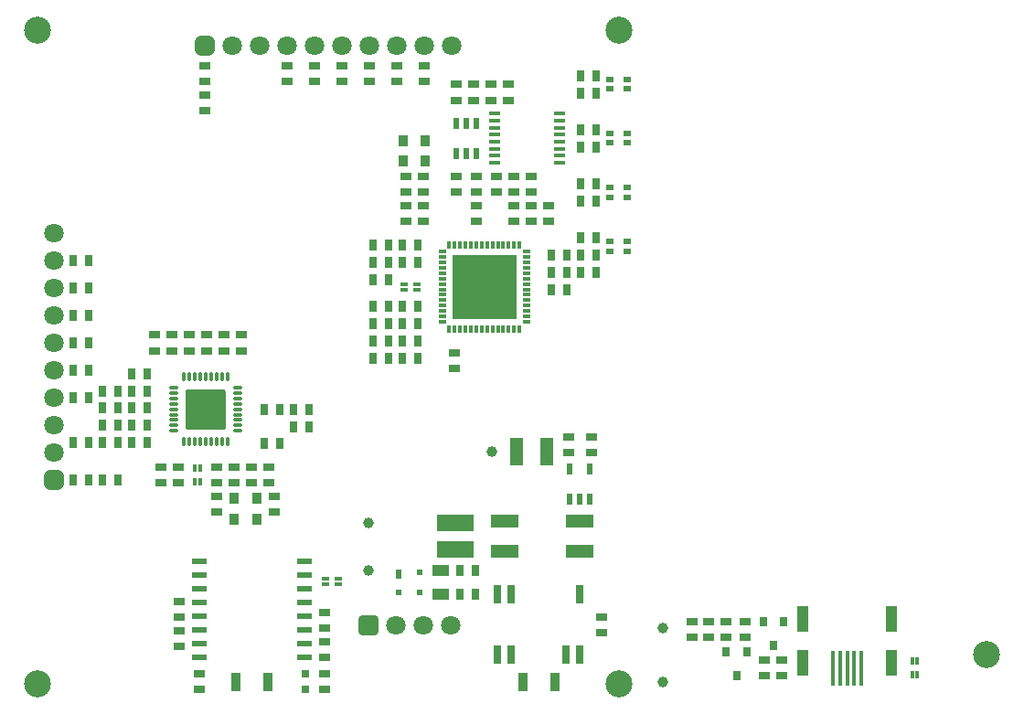
<source format=gbr>
%TF.GenerationSoftware,KiCad,Pcbnew,8.0.2*%
%TF.CreationDate,2024-05-14T20:52:20+07:00*%
%TF.ProjectId,HW.ACIM-DBG,48572e41-4349-44d2-9d44-42472e6b6963,0.0*%
%TF.SameCoordinates,Original*%
%TF.FileFunction,Soldermask,Top*%
%TF.FilePolarity,Negative*%
%FSLAX46Y46*%
G04 Gerber Fmt 4.6, Leading zero omitted, Abs format (unit mm)*
G04 Created by KiCad (PCBNEW 8.0.2) date 2024-05-14 20:52:20*
%MOMM*%
%LPD*%
G01*
G04 APERTURE LIST*
G04 Aperture macros list*
%AMRoundRect*
0 Rectangle with rounded corners*
0 $1 Rounding radius*
0 $2 $3 $4 $5 $6 $7 $8 $9 X,Y pos of 4 corners*
0 Add a 4 corners polygon primitive as box body*
4,1,4,$2,$3,$4,$5,$6,$7,$8,$9,$2,$3,0*
0 Add four circle primitives for the rounded corners*
1,1,$1+$1,$2,$3*
1,1,$1+$1,$4,$5*
1,1,$1+$1,$6,$7*
1,1,$1+$1,$8,$9*
0 Add four rect primitives between the rounded corners*
20,1,$1+$1,$2,$3,$4,$5,0*
20,1,$1+$1,$4,$5,$6,$7,0*
20,1,$1+$1,$6,$7,$8,$9,0*
20,1,$1+$1,$8,$9,$2,$3,0*%
G04 Aperture macros list end*
%ADD10R,0.650000X1.000000*%
%ADD11R,1.000000X0.650000*%
%ADD12RoundRect,0.450000X-0.450000X-0.450000X0.450000X-0.450000X0.450000X0.450000X-0.450000X0.450000X0*%
%ADD13C,1.800000*%
%ADD14R,2.500000X1.300000*%
%ADD15C,1.000000*%
%ADD16R,0.700000X0.300000*%
%ADD17R,0.900000X1.700000*%
%ADD18R,0.300000X0.700000*%
%ADD19RoundRect,0.450000X0.450000X-0.450000X0.450000X0.450000X-0.450000X0.450000X-0.450000X-0.450000X0*%
%ADD20R,0.800000X0.500000*%
%ADD21C,2.500000*%
%ADD22R,0.350000X3.250000*%
%ADD23RoundRect,0.220000X-0.330000X0.980000X-0.330000X-0.980000X0.330000X-0.980000X0.330000X0.980000X0*%
%ADD24R,0.800000X0.900000*%
%ADD25R,0.600000X1.100000*%
%ADD26R,1.450000X0.550000*%
%ADD27R,0.800000X0.800000*%
%ADD28R,0.900000X1.000000*%
%ADD29R,0.600000X0.900000*%
%ADD30R,0.600000X0.500000*%
%ADD31RoundRect,0.250000X0.650000X-0.650000X0.650000X0.650000X-0.650000X0.650000X-0.650000X-0.650000X0*%
%ADD32R,1.500000X1.000000*%
%ADD33R,6.000000X6.000000*%
%ADD34R,0.800000X1.700000*%
%ADD35R,1.000000X0.350000*%
%ADD36R,3.500000X1.600000*%
%ADD37O,0.900000X0.300000*%
%ADD38O,0.300000X0.900000*%
%ADD39RoundRect,0.185000X1.665000X1.665000X-1.665000X1.665000X-1.665000X-1.665000X1.665000X-1.665000X0*%
%ADD40R,1.300000X2.500000*%
G04 APERTURE END LIST*
D10*
%TO.C,C43*%
X145700000Y-63050000D03*
X147150000Y-63050000D03*
%TD*%
D11*
%TO.C,R33*%
X153925000Y-43975000D03*
X153925000Y-42525000D03*
%TD*%
D12*
%TO.C,J1*%
X127432700Y-38950000D03*
D13*
X129972700Y-38950000D03*
X132512700Y-38950000D03*
X135052700Y-38950000D03*
X137592700Y-38950000D03*
X140132700Y-38950000D03*
X142672700Y-38950000D03*
X145212700Y-38950000D03*
X147752700Y-38950000D03*
X150292700Y-38950000D03*
%TD*%
D11*
%TO.C,C4*%
X164174385Y-93275000D03*
X164174385Y-91825000D03*
%TD*%
D10*
%TO.C,C47*%
X163650000Y-59900000D03*
X162200000Y-59900000D03*
%TD*%
%TO.C,R47*%
X145700000Y-67850000D03*
X147150000Y-67850000D03*
%TD*%
D11*
%TO.C,C23*%
X127617000Y-65725200D03*
X127617000Y-67175200D03*
%TD*%
D10*
%TO.C,C26*%
X120650000Y-70900200D03*
X122100000Y-70900200D03*
%TD*%
D14*
%TO.C,C1*%
X155162700Y-85750000D03*
X155162700Y-82950000D03*
%TD*%
D10*
%TO.C,C38*%
X144450000Y-59000000D03*
X143000000Y-59000000D03*
%TD*%
D11*
%TO.C,R15*%
X146025000Y-52475000D03*
X146025000Y-51025000D03*
%TD*%
D10*
%TO.C,R6*%
X115250000Y-75700200D03*
X116700000Y-75700200D03*
%TD*%
%TO.C,R2*%
X116700000Y-79180200D03*
X115250000Y-79180200D03*
%TD*%
D11*
%TO.C,R34*%
X155525000Y-43975000D03*
X155525000Y-42525000D03*
%TD*%
%TO.C,R26*%
X140132700Y-40775000D03*
X140132700Y-42225000D03*
%TD*%
%TO.C,R48*%
X174124385Y-92277911D03*
X174124385Y-93727911D03*
%TD*%
D10*
%TO.C,R35*%
X162200000Y-43300000D03*
X163650000Y-43300000D03*
%TD*%
%TO.C,C48*%
X160950000Y-59900000D03*
X159500000Y-59900000D03*
%TD*%
D11*
%TO.C,C29*%
X130817000Y-65725200D03*
X130817000Y-67175200D03*
%TD*%
%TO.C,C45*%
X157675000Y-53725000D03*
X157675000Y-55175000D03*
%TD*%
D10*
%TO.C,R42*%
X162200000Y-56700000D03*
X163650000Y-56700000D03*
%TD*%
%TO.C,R16*%
X144450000Y-66250000D03*
X143000000Y-66250000D03*
%TD*%
D11*
%TO.C,C46*%
X156075000Y-53725000D03*
X156075000Y-55175000D03*
%TD*%
D15*
%TO.C,TP3*%
X169862700Y-92850000D03*
%TD*%
D10*
%TO.C,R41*%
X162200000Y-58300000D03*
X163650000Y-58300000D03*
%TD*%
D11*
%TO.C,C36*%
X159275000Y-53725000D03*
X159275000Y-55175000D03*
%TD*%
D10*
%TO.C,R49*%
X117950000Y-79180200D03*
X119400000Y-79180200D03*
%TD*%
D16*
%TO.C,FT6*%
X147100000Y-61500000D03*
X145850000Y-61500000D03*
X145850000Y-61000000D03*
X147100000Y-61000000D03*
%TD*%
D17*
%TO.C,C5*%
X156862700Y-97850000D03*
X159862700Y-97850000D03*
%TD*%
D11*
%TO.C,R12*%
X123362700Y-79425000D03*
X123362700Y-77975000D03*
%TD*%
D10*
%TO.C,R40*%
X162200000Y-51700000D03*
X163650000Y-51700000D03*
%TD*%
D11*
%TO.C,C9*%
X180875100Y-95855100D03*
X180875100Y-97305100D03*
%TD*%
%TO.C,R3*%
X177474385Y-93727911D03*
X177474385Y-92277911D03*
%TD*%
D10*
%TO.C,C28*%
X134392000Y-72600200D03*
X132942000Y-72600200D03*
%TD*%
D18*
%TO.C,FT11*%
X192925100Y-97205100D03*
X192925100Y-95955100D03*
X193425100Y-95955100D03*
X193425100Y-97205100D03*
%TD*%
D10*
%TO.C,C41*%
X143000000Y-64650000D03*
X144450000Y-64650000D03*
%TD*%
%TO.C,R22*%
X116700000Y-61400200D03*
X115250000Y-61400200D03*
%TD*%
D15*
%TO.C,TP4*%
X154012700Y-76550000D03*
%TD*%
D11*
%TO.C,C11*%
X175724385Y-92277911D03*
X175724385Y-93727911D03*
%TD*%
D10*
%TO.C,C3*%
X151037700Y-89750000D03*
X152487700Y-89750000D03*
%TD*%
D19*
%TO.C,J3*%
X113425000Y-79180200D03*
D13*
X113425000Y-76640200D03*
X113425000Y-74100200D03*
X113425000Y-71560200D03*
X113425000Y-69020200D03*
X113425000Y-66480200D03*
X113425000Y-63940200D03*
X113425000Y-61400200D03*
X113425000Y-58860200D03*
X113425000Y-56320200D03*
%TD*%
D10*
%TO.C,R5*%
X117950000Y-74100200D03*
X119400000Y-74100200D03*
%TD*%
D20*
%TO.C,D2*%
X166575000Y-57050000D03*
X164975000Y-57050000D03*
X164975000Y-57950000D03*
X166575000Y-57950000D03*
%TD*%
D21*
%TO.C,*%
X199787500Y-95312500D03*
%TD*%
D11*
%TO.C,C50*%
X152575000Y-53725000D03*
X152575000Y-55175000D03*
%TD*%
D22*
%TO.C,J2*%
X185625100Y-96580100D03*
X186275100Y-96580100D03*
X186925100Y-96580100D03*
X187575100Y-96580100D03*
X188225100Y-96580100D03*
D23*
X182825100Y-96075100D03*
X182825100Y-92025100D03*
X191025100Y-92025100D03*
X191025100Y-96075100D03*
%TD*%
D24*
%TO.C,Q2*%
X181025100Y-92280100D03*
X179124385Y-92277911D03*
X180075100Y-94480100D03*
%TD*%
D11*
%TO.C,C51*%
X150725000Y-42525000D03*
X150725000Y-43975000D03*
%TD*%
%TO.C,C53*%
X163212700Y-75175000D03*
X163212700Y-76625000D03*
%TD*%
D10*
%TO.C,R13*%
X117950000Y-70900200D03*
X119400000Y-70900200D03*
%TD*%
D11*
%TO.C,C49*%
X150575000Y-68800000D03*
X150575000Y-67350000D03*
%TD*%
%TO.C,R23*%
X137592700Y-40775000D03*
X137592700Y-42225000D03*
%TD*%
D14*
%TO.C,C2*%
X162162700Y-85750000D03*
X162162700Y-82950000D03*
%TD*%
D11*
%TO.C,R28*%
X145225000Y-40775000D03*
X145225000Y-42225000D03*
%TD*%
D10*
%TO.C,C31*%
X134392000Y-75800200D03*
X132942000Y-75800200D03*
%TD*%
%TO.C,FT8*%
X147150000Y-64650000D03*
X145700000Y-64650000D03*
%TD*%
D25*
%TO.C,U1*%
X161212700Y-80900000D03*
X162162700Y-80900000D03*
X163112700Y-80900000D03*
X163112700Y-78100000D03*
X161212700Y-78100000D03*
%TD*%
D21*
%TO.C,*%
X165775000Y-98000000D03*
%TD*%
D11*
%TO.C,R9*%
X133362700Y-77975000D03*
X133362700Y-79425000D03*
%TD*%
D10*
%TO.C,R7*%
X119400000Y-75700200D03*
X117950000Y-75700200D03*
%TD*%
D11*
%TO.C,C13*%
X125062700Y-94550000D03*
X125062700Y-93100000D03*
%TD*%
%TO.C,C33*%
X147625000Y-52475000D03*
X147625000Y-51025000D03*
%TD*%
D21*
%TO.C,*%
X111975000Y-98000000D03*
%TD*%
D10*
%TO.C,C37*%
X160950000Y-61500000D03*
X159500000Y-61500000D03*
%TD*%
%TO.C,R37*%
X162200000Y-48300000D03*
X163650000Y-48300000D03*
%TD*%
D11*
%TO.C,R46*%
X127432700Y-43475000D03*
X127432700Y-44925000D03*
%TD*%
D26*
%TO.C,U3*%
X136662700Y-95550000D03*
X136662700Y-94280000D03*
X136662700Y-93010000D03*
X136662700Y-91740000D03*
X136662700Y-90470000D03*
X136662700Y-89200000D03*
X136662700Y-87930000D03*
X136662700Y-86660000D03*
X126962700Y-86660000D03*
X126962700Y-87930000D03*
X126962700Y-89200000D03*
X126962700Y-90470000D03*
X126962700Y-91740000D03*
X126962700Y-93010000D03*
X126962700Y-94280000D03*
X126962700Y-95550000D03*
%TD*%
D27*
%TO.C,D6*%
X136712700Y-97075000D03*
X136712700Y-98575000D03*
%TD*%
D20*
%TO.C,D3*%
X166575000Y-52050000D03*
X164975000Y-52050000D03*
X164975000Y-52950000D03*
X166575000Y-52950000D03*
%TD*%
D11*
%TO.C,C30*%
X124962700Y-79425000D03*
X124962700Y-77975000D03*
%TD*%
%TO.C,C15*%
X126962700Y-98550000D03*
X126962700Y-97100000D03*
%TD*%
%TO.C,R30*%
X152325000Y-43975000D03*
X152325000Y-42525000D03*
%TD*%
D10*
%TO.C,R44*%
X143000000Y-67850000D03*
X144450000Y-67850000D03*
%TD*%
%TO.C,C42*%
X143000000Y-63050000D03*
X144450000Y-63050000D03*
%TD*%
D24*
%TO.C,Q1*%
X177625100Y-95105100D03*
X175724385Y-95102911D03*
X176675100Y-97305100D03*
%TD*%
D10*
%TO.C,C39*%
X145700000Y-57400000D03*
X147150000Y-57400000D03*
%TD*%
D11*
%TO.C,C19*%
X133867000Y-80675200D03*
X133867000Y-82125200D03*
%TD*%
%TO.C,R27*%
X147752700Y-40775000D03*
X147752700Y-42225000D03*
%TD*%
D10*
%TO.C,R36*%
X162200000Y-41700000D03*
X163650000Y-41700000D03*
%TD*%
D15*
%TO.C,TP5*%
X169862700Y-97850000D03*
%TD*%
D10*
%TO.C,R17*%
X116700000Y-69020200D03*
X115250000Y-69020200D03*
%TD*%
D11*
%TO.C,C10*%
X179275100Y-95855100D03*
X179275100Y-97305100D03*
%TD*%
D10*
%TO.C,FT1*%
X151037700Y-87550000D03*
X152487700Y-87550000D03*
%TD*%
D28*
%TO.C,U8*%
X147875000Y-47700000D03*
X145775000Y-47700000D03*
X145775000Y-49600000D03*
X147875000Y-49600000D03*
%TD*%
D20*
%TO.C,D4*%
X166575000Y-47050000D03*
X164975000Y-47050000D03*
X164975000Y-47950000D03*
X166575000Y-47950000D03*
%TD*%
D11*
%TO.C,R43*%
X172524385Y-93727911D03*
X172524385Y-92277911D03*
%TD*%
D10*
%TO.C,R14*%
X120650000Y-72500200D03*
X122100000Y-72500200D03*
%TD*%
D18*
%TO.C,FT2*%
X127017000Y-78075200D03*
X127017000Y-79325200D03*
X126517000Y-79325200D03*
X126517000Y-78075200D03*
%TD*%
D10*
%TO.C,R11*%
X119400000Y-72500200D03*
X117950000Y-72500200D03*
%TD*%
%TO.C,FT7*%
X143000000Y-57400000D03*
X144450000Y-57400000D03*
%TD*%
D28*
%TO.C,U4*%
X132262700Y-80850000D03*
X130162700Y-80850000D03*
X130162700Y-82750000D03*
X132262700Y-82750000D03*
%TD*%
D10*
%TO.C,R38*%
X162200000Y-46700000D03*
X163650000Y-46700000D03*
%TD*%
D15*
%TO.C,TP1*%
X142552700Y-83125000D03*
%TD*%
D11*
%TO.C,R32*%
X152575000Y-51025000D03*
X152575000Y-52475000D03*
%TD*%
%TO.C,R4*%
X125062700Y-90400000D03*
X125062700Y-91850000D03*
%TD*%
D10*
%TO.C,R29*%
X144450000Y-60600000D03*
X143000000Y-60600000D03*
%TD*%
%TO.C,R18*%
X116700000Y-71560200D03*
X115250000Y-71560200D03*
%TD*%
D15*
%TO.C,TP2*%
X142552700Y-87575000D03*
%TD*%
D11*
%TO.C,R1*%
X138562700Y-98550000D03*
X138562700Y-97100000D03*
%TD*%
D29*
%TO.C,D1*%
X145362700Y-87900000D03*
D30*
X145362700Y-89600000D03*
X147362700Y-89600000D03*
X147362700Y-87700000D03*
%TD*%
D31*
%TO.C,J4*%
X142552700Y-92575000D03*
D13*
X145092700Y-92575000D03*
X147632700Y-92575000D03*
X150172700Y-92575000D03*
%TD*%
D32*
%TO.C,F1*%
X149262700Y-89750000D03*
X149262700Y-87550000D03*
%TD*%
D17*
%TO.C,C6*%
X133312700Y-97850000D03*
X130312700Y-97850000D03*
%TD*%
D11*
%TO.C,R45*%
X127432700Y-42225000D03*
X127432700Y-40775000D03*
%TD*%
D16*
%TO.C,U5*%
X149425000Y-58000000D03*
X149425000Y-58500000D03*
X149425000Y-59000000D03*
X149425000Y-59500000D03*
X149425000Y-60000000D03*
X149425000Y-60500000D03*
X149425000Y-61000000D03*
X149425000Y-61500000D03*
X149425000Y-62000000D03*
X149425000Y-62500000D03*
X149425000Y-63000000D03*
X149425000Y-63500000D03*
X149425000Y-64000000D03*
X149425000Y-64500000D03*
D18*
X150075000Y-65150000D03*
X150575000Y-65150000D03*
X151075000Y-65150000D03*
X151575000Y-65150000D03*
X152075000Y-65150000D03*
X152575000Y-65150000D03*
X153075000Y-65150000D03*
X153575000Y-65150000D03*
X154075000Y-65150000D03*
X154575000Y-65150000D03*
X155075000Y-65150000D03*
X155575000Y-65150000D03*
X156075000Y-65150000D03*
X156575000Y-65150000D03*
D16*
X157225000Y-64500000D03*
X157225000Y-64000000D03*
X157225000Y-63500000D03*
X157225000Y-63000000D03*
X157225000Y-62500000D03*
X157225000Y-62000000D03*
X157225000Y-61500000D03*
X157225000Y-61000000D03*
X157225000Y-60500000D03*
X157225000Y-60000000D03*
X157225000Y-59500000D03*
X157225000Y-59000000D03*
X157225000Y-58500000D03*
X157225000Y-58000000D03*
D18*
X156575000Y-57350000D03*
X156075000Y-57350000D03*
X155575000Y-57350000D03*
X155075000Y-57350000D03*
X154575000Y-57350000D03*
X154075000Y-57350000D03*
X153575000Y-57350000D03*
X153075000Y-57350000D03*
X152575000Y-57350000D03*
X152075000Y-57350000D03*
X151575000Y-57350000D03*
X151075000Y-57350000D03*
X150575000Y-57350000D03*
X150075000Y-57350000D03*
D33*
X153325000Y-61250000D03*
%TD*%
D11*
%TO.C,C44*%
X156075000Y-52475000D03*
X156075000Y-51025000D03*
%TD*%
D34*
%TO.C,MD1*%
X154552700Y-95350000D03*
X155822700Y-95350000D03*
X160902700Y-95350000D03*
X162172700Y-95350000D03*
X162172700Y-89750000D03*
X155822700Y-89750000D03*
X154552700Y-89750000D03*
%TD*%
D10*
%TO.C,R19*%
X116700000Y-63940200D03*
X115250000Y-63940200D03*
%TD*%
D35*
%TO.C,U7*%
X160275000Y-49775000D03*
X160275000Y-49125000D03*
X160275000Y-48475000D03*
X160275000Y-47825000D03*
X160275000Y-47175000D03*
X160275000Y-46525000D03*
X160275000Y-45875000D03*
X160275000Y-45225000D03*
X154275000Y-45225000D03*
X154275000Y-45875000D03*
X154275000Y-46525000D03*
X154275000Y-47175000D03*
X154275000Y-47825000D03*
X154275000Y-48475000D03*
X154275000Y-49125000D03*
X154275000Y-49775000D03*
%TD*%
D11*
%TO.C,C8*%
X161112700Y-75175000D03*
X161112700Y-76625000D03*
%TD*%
%TO.C,C16*%
X138562700Y-92850000D03*
X138562700Y-91400000D03*
%TD*%
%TO.C,R24*%
X135052700Y-40775000D03*
X135052700Y-42225000D03*
%TD*%
%TO.C,C18*%
X128562700Y-79425000D03*
X128562700Y-77975000D03*
%TD*%
D21*
%TO.C,*%
X111975000Y-37500000D03*
%TD*%
D10*
%TO.C,C14*%
X120650000Y-75700200D03*
X122100000Y-75700200D03*
%TD*%
%TO.C,C34*%
X145700000Y-66250000D03*
X147150000Y-66250000D03*
%TD*%
D25*
%TO.C,U6*%
X150675000Y-48900000D03*
X151625000Y-48900000D03*
X152575000Y-48900000D03*
X152575000Y-46100000D03*
X151625000Y-46100000D03*
X150675000Y-46100000D03*
%TD*%
D11*
%TO.C,FT4*%
X124417000Y-65725200D03*
X124417000Y-67175200D03*
%TD*%
%TO.C,C12*%
X138562700Y-94100000D03*
X138562700Y-95550000D03*
%TD*%
D20*
%TO.C,D5*%
X166575000Y-42050000D03*
X164975000Y-42050000D03*
X164975000Y-42950000D03*
X166575000Y-42950000D03*
%TD*%
D11*
%TO.C,C24*%
X122817000Y-67175200D03*
X122817000Y-65725200D03*
%TD*%
%TO.C,R8*%
X128562700Y-80675000D03*
X128562700Y-82125000D03*
%TD*%
D10*
%TO.C,R21*%
X116700000Y-58860200D03*
X115250000Y-58860200D03*
%TD*%
%TO.C,R10*%
X122100000Y-69300200D03*
X120650000Y-69300200D03*
%TD*%
%TO.C,C25*%
X135642000Y-74200200D03*
X137092000Y-74200200D03*
%TD*%
%TO.C,FT10*%
X160950000Y-58300000D03*
X159500000Y-58300000D03*
%TD*%
D36*
%TO.C,L1*%
X150662700Y-85550000D03*
X150662700Y-83150000D03*
%TD*%
D11*
%TO.C,R25*%
X142672700Y-40775000D03*
X142672700Y-42225000D03*
%TD*%
D16*
%TO.C,FT3*%
X138577700Y-88315000D03*
X139827700Y-88315000D03*
X139827700Y-88815000D03*
X138577700Y-88815000D03*
%TD*%
D11*
%TO.C,C35*%
X147625000Y-53725000D03*
X147625000Y-55175000D03*
%TD*%
D10*
%TO.C,C40*%
X145700000Y-59000000D03*
X147150000Y-59000000D03*
%TD*%
%TO.C,R20*%
X116700000Y-66480200D03*
X115250000Y-66480200D03*
%TD*%
D11*
%TO.C,C21*%
X131762700Y-79425000D03*
X131762700Y-77975000D03*
%TD*%
D10*
%TO.C,C17*%
X120650000Y-74100200D03*
X122100000Y-74100200D03*
%TD*%
D11*
%TO.C,FT9*%
X157675000Y-51025000D03*
X157675000Y-52475000D03*
%TD*%
%TO.C,C32*%
X146025000Y-53725000D03*
X146025000Y-55175000D03*
%TD*%
%TO.C,C22*%
X129217000Y-65725200D03*
X129217000Y-67175200D03*
%TD*%
%TO.C,C20*%
X130162700Y-79425000D03*
X130162700Y-77975000D03*
%TD*%
D10*
%TO.C,R39*%
X162200000Y-53300000D03*
X163650000Y-53300000D03*
%TD*%
D11*
%TO.C,C27*%
X126017000Y-65725200D03*
X126017000Y-67175200D03*
%TD*%
D37*
%TO.C,U2*%
X130517000Y-74600200D03*
X130517000Y-74100200D03*
X130517000Y-73600200D03*
X130517000Y-73100200D03*
X130517000Y-72600200D03*
X130517000Y-72100200D03*
X130517000Y-71600200D03*
X130517000Y-71100200D03*
X130517000Y-70600200D03*
D38*
X129517000Y-69600200D03*
X129017000Y-69600200D03*
X128517000Y-69600200D03*
X128017000Y-69600200D03*
X127517000Y-69600200D03*
X127017000Y-69600200D03*
X126517000Y-69600200D03*
X126017000Y-69600200D03*
X125517000Y-69600200D03*
D37*
X124517000Y-70600200D03*
X124517000Y-71100200D03*
X124517000Y-71600200D03*
X124517000Y-72100200D03*
X124517000Y-72600200D03*
X124517000Y-73100200D03*
X124517000Y-73600200D03*
X124517000Y-74100200D03*
X124517000Y-74600200D03*
D38*
X125517000Y-75600200D03*
X126017000Y-75600200D03*
X126517000Y-75600200D03*
X127017000Y-75600200D03*
X127517000Y-75600200D03*
X128017000Y-75600200D03*
X128517000Y-75600200D03*
X129017000Y-75600200D03*
X129517000Y-75600200D03*
D39*
X127517000Y-72600200D03*
%TD*%
D10*
%TO.C,FT5*%
X137092000Y-72600200D03*
X135642000Y-72600200D03*
%TD*%
D21*
%TO.C,*%
X165775000Y-37500000D03*
%TD*%
D40*
%TO.C,C7*%
X159112700Y-76550000D03*
X156312700Y-76550000D03*
%TD*%
D11*
%TO.C,C52*%
X154475000Y-52475000D03*
X154475000Y-51025000D03*
%TD*%
%TO.C,R31*%
X150675000Y-51025000D03*
X150675000Y-52475000D03*
%TD*%
M02*

</source>
